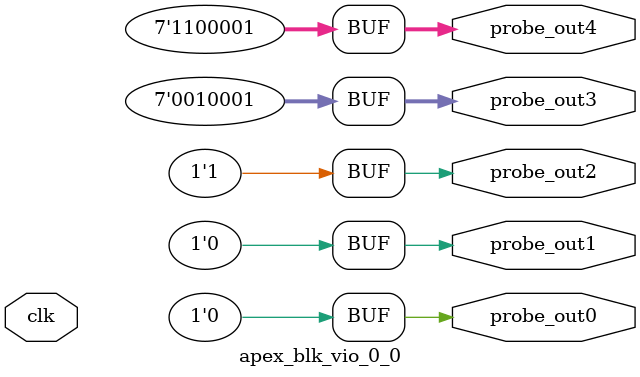
<source format=v>
`timescale 1ns / 1ps
module apex_blk_vio_0_0 (
clk,

probe_out0,
probe_out1,
probe_out2,
probe_out3,
probe_out4
);

input clk;

output reg [0 : 0] probe_out0 = 'h0 ;
output reg [0 : 0] probe_out1 = 'h0 ;
output reg [0 : 0] probe_out2 = 'h1 ;
output reg [6 : 0] probe_out3 = 'h11 ;
output reg [6 : 0] probe_out4 = 'h61 ;


endmodule

</source>
